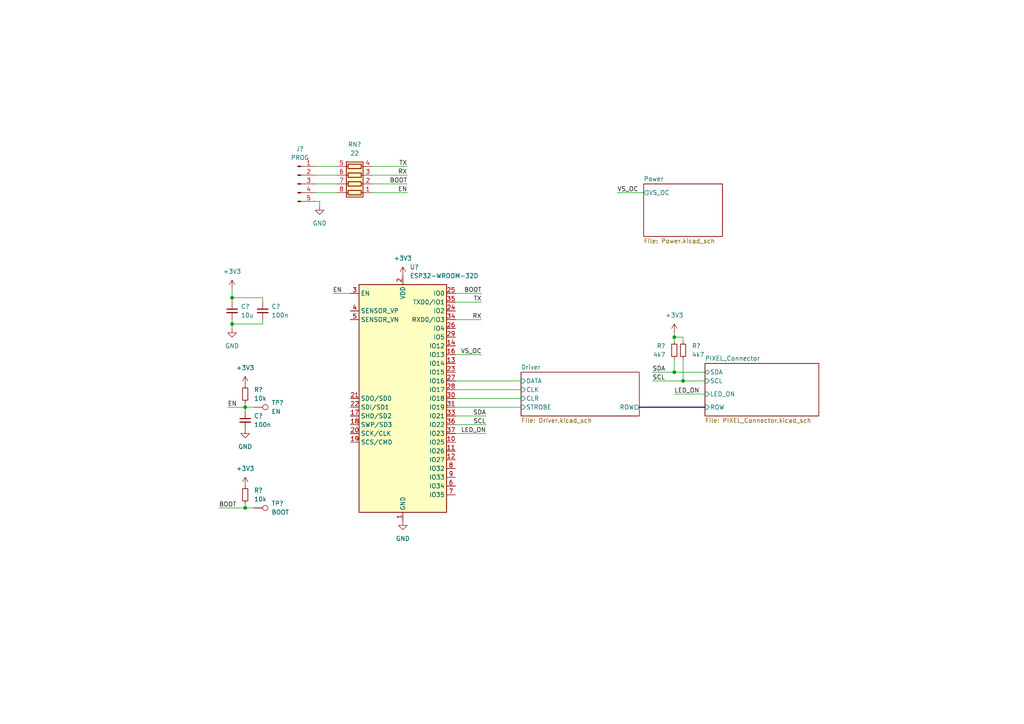
<source format=kicad_sch>
(kicad_sch (version 20211123) (generator eeschema)
  (paper "A4")
  (lib_symbols
    (symbol "Connector:Conn_01x05_Male" (pin_names (offset 1.016) hide)
      (property "Reference" "J" (at 0 7.62 0))
      (property "Value" "Conn_01x05_Male" (at 0 -7.62 0))
      (symbol "Conn_01x05_Male_1_1"
        (polyline (pts (xy 1.27 -5.08) (xy 0.8636 -5.08)) (stroke (width 0.1524)))
        (polyline (pts (xy 1.27 -2.54) (xy 0.8636 -2.54)) (stroke (width 0.1524)))
        (polyline (pts (xy 1.27 0) (xy 0.8636 0)) (stroke (width 0.1524)))
        (polyline (pts (xy 1.27 2.54) (xy 0.8636 2.54)) (stroke (width 0.1524)))
        (polyline (pts (xy 1.27 5.08) (xy 0.8636 5.08)) (stroke (width 0.1524)))
        (rectangle (start 0.8636 -4.953) (end 0 -5.207) (stroke (width 0.1524)) (fill (type outline)))
        (rectangle (start 0.8636 -2.413) (end 0 -2.667) (stroke (width 0.1524)) (fill (type outline)))
        (rectangle (start 0.8636 0.127) (end 0 -0.127) (stroke (width 0.1524)) (fill (type outline)))
        (rectangle (start 0.8636 2.667) (end 0 2.413) (stroke (width 0.1524)) (fill (type outline)))
        (rectangle (start 0.8636 5.207) (end 0 4.953) (stroke (width 0.1524)) (fill (type outline)))
        (pin passive line (at 5.08 5.08 180) (length 3.81) (name "Pin_1") (number "1"))
        (pin passive line (at 5.08 2.54 180) (length 3.81) (name "Pin_2") (number "2"))
        (pin passive line (at 5.08 0 180) (length 3.81) (name "Pin_3") (number "3"))
        (pin passive line (at 5.08 -2.54 180) (length 3.81) (name "Pin_4") (number "4"))
        (pin passive line (at 5.08 -5.08 180) (length 3.81) (name "Pin_5") (number "5"))
      )
    )
    (symbol "Connector:TestPoint" (pin_numbers hide) (pin_names (offset 0.762) hide)
      (property "Reference" "TP" (at 0 6.858 0))
      (property "Value" "TestPoint" (at 0 5.08 0))
      (symbol "TestPoint_0_1"
        (circle (center 0 3.302) (radius 0.762))
      )
      (symbol "TestPoint_1_1"
        (pin passive line (at 0 0 90) (length 2.54) (name "1") (number "1"))
      )
    )
    (symbol "Device:C_Small" (pin_numbers hide) (pin_names (offset 0.254) hide)
      (property "Reference" "C" (at 0.254 1.778 0))
      (property "Value" "C_Small" (at 0.254 -2.032 0))
      (symbol "C_Small_0_1"
        (polyline (pts (xy -1.524 -0.508) (xy 1.524 -0.508)) (stroke (width 0.3302)))
        (polyline (pts (xy -1.524 0.508) (xy 1.524 0.508)) (stroke (width 0.3048)))
      )
      (symbol "C_Small_1_1"
        (pin passive line (at 0 2.54 270) (length 2.032) (name "~") (number "1"))
        (pin passive line (at 0 -2.54 90) (length 2.032) (name "~") (number "2"))
      )
    )
    (symbol "Device:R_Pack04" (pin_names (offset 0) hide)
      (property "Reference" "RN" (at -7.62 0 90))
      (property "Value" "R_Pack04" (at 5.08 0 90))
      (symbol "R_Pack04_0_1"
        (rectangle (start -6.35 -2.413) (end 3.81 2.413) (stroke (width 0.254)) (fill (type background)))
        (rectangle (start -5.715 1.905) (end -4.445 -1.905) (stroke (width 0.254)))
        (rectangle (start -3.175 1.905) (end -1.905 -1.905) (stroke (width 0.254)))
        (rectangle (start -0.635 1.905) (end 0.635 -1.905) (stroke (width 0.254)))
        (polyline (pts (xy -5.08 -2.54) (xy -5.08 -1.905)))
        (polyline (pts (xy -5.08 1.905) (xy -5.08 2.54)))
        (polyline (pts (xy -2.54 -2.54) (xy -2.54 -1.905)))
        (polyline (pts (xy -2.54 1.905) (xy -2.54 2.54)))
        (polyline (pts (xy 0 -2.54) (xy 0 -1.905)))
        (polyline (pts (xy 0 1.905) (xy 0 2.54)))
        (polyline (pts (xy 2.54 -2.54) (xy 2.54 -1.905)))
        (polyline (pts (xy 2.54 1.905) (xy 2.54 2.54)))
        (rectangle (start 1.905 1.905) (end 3.175 -1.905) (stroke (width 0.254)))
      )
      (symbol "R_Pack04_1_1"
        (pin passive line (at -5.08 -5.08 90) (length 2.54) (name "R1.1") (number "1"))
        (pin passive line (at -2.54 -5.08 90) (length 2.54) (name "R2.1") (number "2"))
        (pin passive line (at 0 -5.08 90) (length 2.54) (name "R3.1") (number "3"))
        (pin passive line (at 2.54 -5.08 90) (length 2.54) (name "R4.1") (number "4"))
        (pin passive line (at 2.54 5.08 270) (length 2.54) (name "R4.2") (number "5"))
        (pin passive line (at 0 5.08 270) (length 2.54) (name "R3.2") (number "6"))
        (pin passive line (at -2.54 5.08 270) (length 2.54) (name "R2.2") (number "7"))
        (pin passive line (at -5.08 5.08 270) (length 2.54) (name "R1.2") (number "8"))
      )
    )
    (symbol "Device:R_Small" (pin_numbers hide) (pin_names (offset 0.254) hide)
      (property "Reference" "R" (at 0.762 0.508 0))
      (property "Value" "R_Small" (at 0.762 -1.016 0))
      (symbol "R_Small_0_1"
        (rectangle (start -0.762 1.778) (end 0.762 -1.778) (stroke (width 0.2032)))
      )
      (symbol "R_Small_1_1"
        (pin passive line (at 0 2.54 270) (length 0.762) (name "~") (number "1"))
        (pin passive line (at 0 -2.54 90) (length 0.762) (name "~") (number "2"))
      )
    )
    (symbol "RF_Module:ESP32-WROOM-32D"
      (property "Reference" "U" (at -12.7 34.29 0))
      (property "Value" "ESP32-WROOM-32D" (at 1.27 34.29 0))
      (symbol "ESP32-WROOM-32D_0_1"
        (rectangle (start -12.7 33.02) (end 12.7 -33.02) (stroke (width 0.254)) (fill (type background)))
      )
      (symbol "ESP32-WROOM-32D_1_1"
        (pin power_in line (at 0 -35.56 90) (length 2.54) (name "GND") (number "1"))
        (pin bidirectional line (at 15.24 -12.7 180) (length 2.54) (name "IO25") (number "10"))
        (pin bidirectional line (at 15.24 -15.24 180) (length 2.54) (name "IO26") (number "11"))
        (pin bidirectional line (at 15.24 -17.78 180) (length 2.54) (name "IO27") (number "12"))
        (pin bidirectional line (at 15.24 10.16 180) (length 2.54) (name "IO14") (number "13"))
        (pin bidirectional line (at 15.24 15.24 180) (length 2.54) (name "IO12") (number "14"))
        (pin passive line (at 0 -35.56 90) (length 2.54) hide (name "GND") (number "15"))
        (pin bidirectional line (at 15.24 12.7 180) (length 2.54) (name "IO13") (number "16"))
        (pin bidirectional line (at -15.24 -5.08 0) (length 2.54) (name "SHD/SD2") (number "17"))
        (pin bidirectional line (at -15.24 -7.62 0) (length 2.54) (name "SWP/SD3") (number "18"))
        (pin bidirectional line (at -15.24 -12.7 0) (length 2.54) (name "SCS/CMD") (number "19"))
        (pin power_in line (at 0 35.56 270) (length 2.54) (name "VDD") (number "2"))
        (pin bidirectional line (at -15.24 -10.16 0) (length 2.54) (name "SCK/CLK") (number "20"))
        (pin bidirectional line (at -15.24 0 0) (length 2.54) (name "SDO/SD0") (number "21"))
        (pin bidirectional line (at -15.24 -2.54 0) (length 2.54) (name "SDI/SD1") (number "22"))
        (pin bidirectional line (at 15.24 7.62 180) (length 2.54) (name "IO15") (number "23"))
        (pin bidirectional line (at 15.24 25.4 180) (length 2.54) (name "IO2") (number "24"))
        (pin bidirectional line (at 15.24 30.48 180) (length 2.54) (name "IO0") (number "25"))
        (pin bidirectional line (at 15.24 20.32 180) (length 2.54) (name "IO4") (number "26"))
        (pin bidirectional line (at 15.24 5.08 180) (length 2.54) (name "IO16") (number "27"))
        (pin bidirectional line (at 15.24 2.54 180) (length 2.54) (name "IO17") (number "28"))
        (pin bidirectional line (at 15.24 17.78 180) (length 2.54) (name "IO5") (number "29"))
        (pin input line (at -15.24 30.48 0) (length 2.54) (name "EN") (number "3"))
        (pin bidirectional line (at 15.24 0 180) (length 2.54) (name "IO18") (number "30"))
        (pin bidirectional line (at 15.24 -2.54 180) (length 2.54) (name "IO19") (number "31"))
        (pin no_connect line (at -12.7 -27.94 0) (length 2.54) hide (name "NC") (number "32"))
        (pin bidirectional line (at 15.24 -5.08 180) (length 2.54) (name "IO21") (number "33"))
        (pin bidirectional line (at 15.24 22.86 180) (length 2.54) (name "RXD0/IO3") (number "34"))
        (pin bidirectional line (at 15.24 27.94 180) (length 2.54) (name "TXD0/IO1") (number "35"))
        (pin bidirectional line (at 15.24 -7.62 180) (length 2.54) (name "IO22") (number "36"))
        (pin bidirectional line (at 15.24 -10.16 180) (length 2.54) (name "IO23") (number "37"))
        (pin passive line (at 0 -35.56 90) (length 2.54) hide (name "GND") (number "38"))
        (pin passive line (at 0 -35.56 90) (length 2.54) hide (name "GND") (number "39"))
        (pin input line (at -15.24 25.4 0) (length 2.54) (name "SENSOR_VP") (number "4"))
        (pin input line (at -15.24 22.86 0) (length 2.54) (name "SENSOR_VN") (number "5"))
        (pin input line (at 15.24 -25.4 180) (length 2.54) (name "IO34") (number "6"))
        (pin input line (at 15.24 -27.94 180) (length 2.54) (name "IO35") (number "7"))
        (pin bidirectional line (at 15.24 -20.32 180) (length 2.54) (name "IO32") (number "8"))
        (pin bidirectional line (at 15.24 -22.86 180) (length 2.54) (name "IO33") (number "9"))
      )
    )
    (symbol "power:+3V3" (power) (pin_names (offset 0))
      (property "Value" "+3V3" (at 0 3.556 0))
      (symbol "+3V3_0_1"
        (polyline (pts (xy -0.762 1.27) (xy 0 2.54)))
        (polyline (pts (xy 0 0) (xy 0 2.54)))
        (polyline (pts (xy 0 2.54) (xy 0.762 1.27)))
      )
      (symbol "+3V3_1_1"
        (pin power_in line (at 0 0 90) (length 0) hide (name "+3V3") (number "1"))
      )
    )
    (symbol "power:GND" (power) (pin_names (offset 0))
      (property "Value" "GND" (at 0 -3.81 0))
      (symbol "GND_0_1"
        (polyline (pts (xy 0 0) (xy 0 -1.27) (xy 1.27 -1.27) (xy 0 -2.54) (xy -1.27 -1.27) (xy 0 -1.27)))
      )
      (symbol "GND_1_1"
        (pin power_in line (at 0 0 270) (length 0) hide (name "GND") (number "1"))
      )
    )
  )
  (junction (at 195.58 97.79))
  (junction (at 71.12 118.11))
  (junction (at 67.31 86.36))
  (junction (at 198.12 110.49))
  (junction (at 71.12 147.32))
  (junction (at 195.58 107.95))
  (junction (at 67.31 93.98))
  (wire (pts (xy 66.04 118.11) (xy 71.12 118.11)))
  (wire (pts (xy 198.12 99.06) (xy 198.12 97.79)))
  (wire (pts (xy 76.2 87.63) (xy 76.2 86.36)))
  (wire (pts (xy 71.12 116.84) (xy 71.12 118.11)))
  (wire (pts (xy 92.71 59.69) (xy 92.71 58.42)))
  (wire (pts (xy 189.23 107.95) (xy 195.58 107.95)))
  (wire (pts (xy 67.31 95.25) (xy 67.31 93.98)))
  (wire (pts (xy 118.11 48.26) (xy 107.95 48.26)))
  (wire (pts (xy 76.2 92.71) (xy 76.2 93.98)))
  (wire (pts (xy 195.58 107.95) (xy 204.47 107.95)))
  (wire (pts (xy 63.5 147.32) (xy 71.12 147.32)))
  (wire (pts (xy 118.11 50.8) (xy 107.95 50.8)))
  (wire (pts (xy 71.12 146.05) (xy 71.12 147.32)))
  (wire (pts (xy 132.08 115.57) (xy 151.13 115.57)))
  (wire (pts (xy 198.12 97.79) (xy 195.58 97.79)))
  (wire (pts (xy 189.23 110.49) (xy 198.12 110.49)))
  (wire (pts (xy 132.08 102.87) (xy 139.7 102.87)))
  (wire (pts (xy 132.08 110.49) (xy 151.13 110.49)))
  (wire (pts (xy 198.12 110.49) (xy 204.47 110.49)))
  (wire (pts (xy 140.97 120.65) (xy 132.08 120.65)))
  (wire (pts (xy 132.08 92.71) (xy 139.7 92.71)))
  (wire (pts (xy 97.79 55.88) (xy 91.44 55.88)))
  (wire (pts (xy 76.2 86.36) (xy 67.31 86.36)))
  (wire (pts (xy 140.97 125.73) (xy 132.08 125.73)))
  (wire (pts (xy 67.31 93.98) (xy 76.2 93.98)))
  (wire (pts (xy 140.97 123.19) (xy 132.08 123.19)))
  (wire (pts (xy 198.12 104.14) (xy 198.12 110.49)))
  (wire (pts (xy 97.79 50.8) (xy 91.44 50.8)))
  (wire (pts (xy 71.12 118.11) (xy 71.12 119.38)))
  (wire (pts (xy 195.58 97.79) (xy 195.58 99.06)))
  (wire (pts (xy 97.79 48.26) (xy 91.44 48.26)))
  (wire (pts (xy 92.71 58.42) (xy 91.44 58.42)))
  (wire (pts (xy 71.12 147.32) (xy 73.66 147.32)))
  (wire (pts (xy 132.08 113.03) (xy 151.13 113.03)))
  (bus (pts (xy 185.42 118.11) (xy 204.47 118.11)))
  (wire (pts (xy 195.58 114.3) (xy 204.47 114.3)))
  (wire (pts (xy 118.11 53.34) (xy 107.95 53.34)))
  (wire (pts (xy 67.31 93.98) (xy 67.31 92.71)))
  (wire (pts (xy 71.12 118.11) (xy 73.66 118.11)))
  (wire (pts (xy 195.58 104.14) (xy 195.58 107.95)))
  (wire (pts (xy 118.11 55.88) (xy 107.95 55.88)))
  (wire (pts (xy 186.69 55.88) (xy 179.07 55.88)))
  (wire (pts (xy 132.08 87.63) (xy 139.7 87.63)))
  (wire (pts (xy 132.08 85.09) (xy 139.7 85.09)))
  (wire (pts (xy 101.6 85.09) (xy 96.52 85.09)))
  (wire (pts (xy 195.58 96.52) (xy 195.58 97.79)))
  (wire (pts (xy 97.79 53.34) (xy 91.44 53.34)))
  (wire (pts (xy 67.31 86.36) (xy 67.31 87.63)))
  (wire (pts (xy 67.31 83.82) (xy 67.31 86.36)))
  (wire (pts (xy 132.08 118.11) (xy 151.13 118.11)))
  (label "BOOT" (at 139.7 85.09 180))
  (label "LED_ON" (at 195.58 114.3 0))
  (label "LED_ON" (at 140.97 125.73 180))
  (label "EN" (at 96.52 85.09 0))
  (label "SDA" (at 140.97 120.65 180))
  (label "VS_OC" (at 179.07 55.88 0))
  (label "TX" (at 139.7 87.63 180))
  (label "EN" (at 66.04 118.11 0))
  (label "SCL" (at 140.97 123.19 180))
  (label "RX" (at 139.7 92.71 180))
  (label "BOOT" (at 118.11 53.34 180))
  (label "VS_OC" (at 139.7 102.87 180))
  (label "BOOT" (at 63.5 147.32 0))
  (label "EN" (at 118.11 55.88 180))
  (label "TX" (at 118.11 48.26 180))
  (label "SCL" (at 189.23 110.49 0))
  (label "SDA" (at 189.23 107.95 0))
  (label "RX" (at 118.11 50.8 180))
  (symbol (lib_id "RF_Module:ESP32-WROOM-32D") (at 116.84 115.57 0) (unit 1)
    (property "Reference" "U?" (at 118.8594 77.47 0) (effects (justify left)))
    (property "Value" "ESP32-WROOM-32D" (at 118.8594 80.01 0) (effects (justify left)))
    (property "Footprint" "RF_Module:ESP32-WROOM-32" (effects hide))
    (property "Datasheet" "https://www.espressif.com/sites/default/files/documentation/esp32-wroom-32d_esp32-wroom-32u_datasheet_en.pdf" (effects hide))
  )
  (symbol (lib_id "Device:R_Small") (at 198.12 101.6 0) (unit 1)
    (property "Reference" "R?" (at 200.66 100.3299 0) (effects (justify left)))
    (property "Value" "4k7" (at 200.66 102.8699 0) (effects (justify left)))
  )
  (symbol (lib_id "Device:R_Small") (at 71.12 143.51 0) (unit 1)
    (property "Reference" "R?" (at 73.66 142.2399 0) (effects (justify left)))
    (property "Value" "10k" (at 73.66 144.7799 0) (effects (justify left)))
    (property "Footprint" "Resistor_SMD:R_0603_1608Metric" (effects hide))
  )
  (symbol (lib_id "Connector:TestPoint") (at 73.66 118.11 270) (unit 1)
    (property "Reference" "TP?" (at 78.74 116.84 90) (effects (justify left)))
    (property "Value" "EN" (at 78.74 119.38 90) (effects (justify left)))
    (property "Footprint" "TestPoint:TestPoint_Pad_1.5x1.5mm" (effects hide))
  )
  (symbol (lib_id "power:GND") (at 71.12 124.46 0) (unit 1)
    (property "Reference" "#PWR?" (effects hide))
    (property "Value" "GND" (at 71.12 129.54 0))
  )
  (symbol (lib_id "Device:C_Small") (at 71.12 121.92 0) (unit 1)
    (property "Reference" "C?" (at 73.66 120.6562 0) (effects (justify left)))
    (property "Value" "100n" (at 73.66 123.1962 0) (effects (justify left)))
    (property "Footprint" "Capacitor_SMD:C_0603_1608Metric" (effects hide))
  )
  (symbol (lib_id "Connector:TestPoint") (at 73.66 147.32 270) (mirror x) (unit 1)
    (property "Reference" "TP?" (at 78.74 146.0499 90) (effects (justify left)))
    (property "Value" "BOOT" (at 78.74 148.5899 90) (effects (justify left)))
    (property "Footprint" "TestPoint:TestPoint_Pad_1.5x1.5mm" (effects hide))
  )
  (symbol (lib_id "Device:R_Small") (at 195.58 101.6 0) (mirror x) (unit 1)
    (property "Reference" "R?" (at 193.04 100.3299 0) (effects (justify right)))
    (property "Value" "4k7" (at 193.04 102.8699 0) (effects (justify right)))
  )
  (symbol (lib_id "power:+3V3") (at 116.84 80.01 0) (unit 1)
    (property "Reference" "#PWR0104" (effects hide))
    (property "Value" "+3V3" (at 116.84 74.93 0))
  )
  (symbol (lib_id "power:GND") (at 67.31 95.25 0) (unit 1)
    (property "Reference" "#PWR0103" (effects hide))
    (property "Value" "GND" (at 67.31 100.33 0))
  )
  (symbol (lib_id "power:GND") (at 92.71 59.69 0) (unit 1)
    (property "Reference" "#PWR0102" (effects hide))
    (property "Value" "GND" (at 92.71 64.77 0))
  )
  (symbol (lib_id "Connector:Conn_01x05_Male") (at 86.36 53.34 0) (unit 1)
    (property "Reference" "J?" (at 86.995 43.18 0))
    (property "Value" "PROG" (at 86.995 45.72 0))
  )
  (symbol (lib_id "power:+3V3") (at 195.58 96.52 0) (unit 1)
    (property "Reference" "#PWR?" (effects hide))
    (property "Value" "+3V3" (at 195.58 91.44 0))
  )
  (symbol (lib_id "Device:C_Small") (at 67.31 90.17 0) (unit 1)
    (property "Reference" "C?" (at 69.85 88.9062 0) (effects (justify left)))
    (property "Value" "10u" (at 69.85 91.4462 0) (effects (justify left)))
  )
  (symbol (lib_id "power:GND") (at 116.84 151.13 0) (unit 1)
    (property "Reference" "#PWR0105" (effects hide))
    (property "Value" "GND" (at 116.84 156.21 0))
  )
  (symbol (lib_id "Device:R_Small") (at 71.12 114.3 0) (unit 1)
    (property "Reference" "R?" (at 73.66 113.0299 0) (effects (justify left)))
    (property "Value" "10k" (at 73.66 115.5699 0) (effects (justify left)))
    (property "Footprint" "Resistor_SMD:R_0603_1608Metric" (effects hide))
  )
  (symbol (lib_id "power:+3V3") (at 71.12 111.76 0) (unit 1)
    (property "Reference" "#PWR?" (effects hide))
    (property "Value" "+3V3" (at 71.12 106.68 0))
  )
  (symbol (lib_id "power:+3V3") (at 71.12 140.97 0) (unit 1)
    (property "Reference" "#PWR?" (effects hide))
    (property "Value" "+3V3" (at 71.12 135.89 0))
  )
  (symbol (lib_id "Device:R_Pack04") (at 102.87 50.8 90) (unit 1)
    (property "Reference" "RN?" (at 102.87 41.91 90))
    (property "Value" "22" (at 102.87 44.45 90))
  )
  (symbol (lib_id "Device:C_Small") (at 76.2 90.17 0) (unit 1)
    (property "Reference" "C?" (at 78.74 88.9062 0) (effects (justify left)))
    (property "Value" "100n" (at 78.74 91.4462 0) (effects (justify left)))
  )
  (symbol (lib_id "power:+3V3") (at 67.31 83.82 0) (unit 1)
    (property "Reference" "#PWR0106" (effects hide))
    (property "Value" "+3V3" (at 67.31 78.74 0))
  )
  (sheet (at 204.47 105.41) (size 33.02 15.24) (stroke (width 0.1524))
    (property "Sheet name" "PIXEL_Connector" (at 204.47 104.6984 0) (effects (justify left bottom)))
    (property "Sheet file" "PIXEL_Connector.kicad_sch" (at 204.47 121.2346 0) (effects (justify left top)))
    (pin "SDA" bidirectional (at 204.47 107.95 180))
    (pin "LED_ON" input (at 204.47 114.3 180))
    (pin "SCL" input (at 204.47 110.49 180))
    (pin "ROW" input (at 204.47 118.11 180))
  )
  (sheet (at 186.69 53.34) (size 22.86 15.24) (stroke (width 0.1524))
    (property "Sheet name" "Power" (at 186.69 52.6284 0) (effects (justify left bottom)))
    (property "Sheet file" "Power.kicad_sch" (at 186.69 69.1646 0) (effects (justify left top)))
    (pin "VS_OC" output (at 186.69 55.88 180))
  )
  (sheet (at 151.13 107.95) (size 34.29 12.7) (stroke (width 0.1524))
    (property "Sheet name" "Driver" (at 151.13 107.2384 0) (effects (justify left bottom)))
    (property "Sheet file" "Driver.kicad_sch" (at 151.13 121.2346 0) (effects (justify left top)))
    (pin "ROW" output (at 185.42 118.11 0))
    (pin "CLR" input (at 151.13 115.57 180))
    (pin "CLK" input (at 151.13 113.03 180))
    (pin "STROBE" input (at 151.13 118.11 180))
    (pin "DATA" input (at 151.13 110.49 180))
  )
)
</source>
